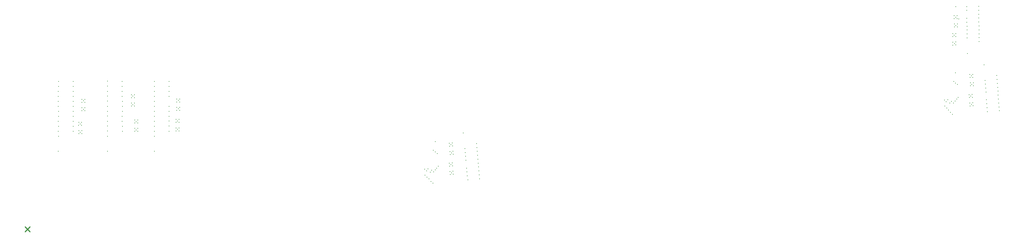
<source format=gbr>
*
G4_C Author: OrCAD GerbTool(tm) 8.1.1 Wed Jun 18 20:29:13 2003*
G4 Mass Parameters *
G4 Image *
G4 Aperture Definitions *
G4 Plot Data *
G4 Mass Parameters *
G4 Image *
G4 Aperture Definitions *
G4 Plot Data *
%LPD*%
%FSLAX34Y34*%
%MOIN*%
%AD*%
%ADD10R,0.050000X0.050000*%
%ADD11C,0.006000*%
%ADD12C,0.019000*%
%ADD13C,0.007900*%
%ADD14C,0.005000*%
%ADD15C,0.000800*%
%ADD16R,0.070000X0.025000*%
%ADD17R,0.068000X0.023000*%
%ADD18C,0.006000*%
%ADD19C,0.009800*%
%ADD20C,0.010000*%
%ADD21C,0.030000*%
%ADD22C,0.060000*%
%ADD23C,0.035000*%
%ADD24C,0.055000*%
%ADD25C,0.065000*%
%ADD256C,0.015000*%
%ADD257C,0.011000*%
%ADD258C,0.036000*%
G4_C OrCAD GerbTool Tool List *
G4_D256 2 0.0150 T 0 0*
G4_D257 1 0.0110 T 0 0*
G4_D258 3 0.0360 T 0 0*
G54D20*
G1X-2007Y-5722D2*
G1X-2507Y-6222D1*
G1X-2007Y-6222D2*
G1X-2507Y-5722D1*
G54D256*
G1X-2257Y-5972D3*
G54D257*
G1X11941Y8875D3*
G1X11939Y8375D3*
G1X11939Y7875D3*
G1X11941Y6374D3*
G1X11940Y5874D3*
G1X11939Y5375D3*
G1X11940Y3874D3*
G1X10469Y8876D3*
G1X10469Y8376D3*
G1X10468Y7875D3*
G1X10468Y7376D3*
G1X10468Y6876D3*
G1X10468Y6375D3*
G1X10469Y5875D3*
G1X10469Y5376D3*
G1X10468Y4875D3*
G1X10469Y4376D3*
G1X10468Y3876D3*
G1X10469Y3375D3*
G1X10468Y1876D3*
G1X11939Y7375D3*
G1X12927Y3905D3*
G1X12927Y4206D3*
G1X12628Y3905D3*
G1X12628Y4205D3*
G1X12778Y4055D3*
G1X12927Y4745D3*
G1X12927Y5046D3*
G1X12627Y4745D3*
G1X12627Y5045D3*
G1X12777Y4895D3*
G1X13004Y5969D3*
G1X13004Y6269D3*
G1X12704Y5969D3*
G1X12704Y6269D3*
G1X12854Y6119D3*
G1X13003Y6809D3*
G1X13003Y7109D3*
G1X12704Y6809D3*
G1X12704Y7109D3*
G1X12854Y6959D3*
G1X7250Y7375D3*
G1X7251Y6874D3*
G1X7252Y6374D3*
G1X7251Y5874D3*
G1X7250Y5375D3*
G1X7250Y4875D3*
G1X7251Y4375D3*
G1X7251Y3874D3*
G1X5780Y8877D3*
G1X5780Y8377D3*
G1X5779Y7876D3*
G1X5779Y7377D3*
G1X5779Y6877D3*
G1X5779Y6376D3*
G1X5780Y5876D3*
G1X5780Y5377D3*
G1X5779Y4876D3*
G1X5780Y4377D3*
G1X5779Y3877D3*
G1X5780Y3376D3*
G1X5779Y1876D3*
G1X7250Y8875D3*
G1X7250Y8375D3*
G1X7250Y7875D3*
G1X8796Y3851D3*
G1X8796Y4151D3*
G1X8496Y3851D3*
G1X8497Y4151D3*
G1X8647Y4001D3*
G1X8795Y4691D3*
G1X8795Y4991D3*
G1X8496Y4691D3*
G1X8496Y4991D3*
G1X8646Y4841D3*
G1X8465Y6393D3*
G1X8465Y6694D3*
G1X8166Y6393D3*
G1X8166Y6693D3*
G1X8316Y6543D3*
G1X8465Y7233D3*
G1X8465Y7533D3*
G1X8165Y7233D3*
G1X8165Y7533D3*
G1X8315Y7383D3*
G1X2323Y8874D3*
G1X2321Y8374D3*
G1X2321Y7874D3*
G1X2321Y7374D3*
G1X2322Y6873D3*
G1X2323Y6373D3*
G1X2322Y5873D3*
G1X2321Y5374D3*
G1X2321Y4874D3*
G1X2322Y4374D3*
G1X2322Y3873D3*
G1X851Y8875D3*
G1X851Y8375D3*
G1X850Y7874D3*
G1X850Y7375D3*
G1X850Y6875D3*
G1X850Y6374D3*
G1X851Y5874D3*
G1X851Y5375D3*
G1X850Y4874D3*
G1X851Y4375D3*
G1X850Y3875D3*
G1X851Y3374D3*
G1X850Y1874D3*
G1X3184Y3616D3*
G1X3184Y3916D3*
G1X2884Y3616D3*
G1X2884Y3916D3*
G1X3034Y3766D3*
G1X3183Y4456D3*
G1X3183Y4756D3*
G1X2883Y4456D3*
G1X2884Y4755D3*
G1X3033Y4606D3*
G1X3503Y5920D3*
G1X3503Y6220D3*
G1X3203Y5920D3*
G1X3203Y6220D3*
G1X3353Y6070D3*
G1X3502Y6760D3*
G1X3502Y7060D3*
G1X3202Y6760D3*
G1X3203Y7059D3*
G1X3352Y6910D3*
G1X38241Y-49D3*
G1X38360Y-1344D3*
G1X38406Y1956D3*
G1X38597Y1798D3*
G1X38787Y1640D3*
G1X38905Y363D3*
G1X38747Y173D3*
G1X38589Y-18D3*
G1X38431Y-208D3*
G1X37528Y62D3*
G1X37719Y-98D3*
G1X38084Y-240D3*
G1X37877Y94D3*
G1X37969Y-917D3*
G1X37777Y-740D3*
G1X38167Y-1157D3*
G1X37582Y-541D3*
G1X43047Y-896D3*
G1X43010Y-503D3*
G1X42974Y-111D3*
G1X42937Y280D3*
G1X42901Y672D3*
G1X42865Y1064D3*
G1X42828Y1456D3*
G1X42792Y1848D3*
G1X42755Y2241D3*
G1X42719Y2632D3*
G1X41851Y-1007D3*
G1X41814Y-615D3*
G1X41778Y-223D3*
G1X41742Y169D3*
G1X41669Y953D3*
G1X41632Y1345D3*
G1X41596Y1738D3*
G1X41560Y2130D3*
G1X41414Y3696D3*
G1X40406Y-443D3*
G1X40379Y-144D3*
G1X40108Y-471D3*
G1X40080Y-172D3*
G1X40243Y-307D3*
G1X40328Y394D3*
G1X40300Y692D3*
G1X40029Y366D3*
G1X40002Y664D3*
G1X40165Y529D3*
G1X40409Y1565D3*
G1X40381Y1864D3*
G1X40110Y1537D3*
G1X40082Y1836D3*
G1X40246Y1701D3*
G1X40330Y2401D3*
G1X40303Y2700D3*
G1X40032Y2374D3*
G1X40005Y2672D3*
G1X40167Y2537D3*
G1X38586Y2810D3*
G1X90306Y6871D3*
G1X90395Y5574D3*
G1X90517Y8871D3*
G1X90703Y8709D3*
G1X90890Y8547D3*
G1X90980Y7268D3*
G1X90817Y7081D3*
G1X90655Y6894D3*
G1X90492Y6708D3*
G1X89596Y6998D3*
G1X89783Y6834D3*
G1X90144Y6683D3*
G1X89945Y7022D3*
G1X90014Y6009D3*
G1X89826Y6191D3*
G1X90206Y5765D3*
G1X89636Y6394D3*
G1X95091Y5915D3*
G1X95063Y6309D3*
G1X95036Y6701D3*
G1X95008Y7093D3*
G1X94981Y7486D3*
G1X94954Y7879D3*
G1X94926Y8272D3*
G1X94899Y8665D3*
G1X94871Y9058D3*
G1X94844Y9450D3*
G1X93893Y5832D3*
G1X93865Y6225D3*
G1X93838Y6617D3*
G1X93810Y7010D3*
G1X93756Y7795D3*
G1X93728Y8188D3*
G1X93701Y8581D3*
G1X93673Y8974D3*
G1X93563Y10543D3*
G1X92462Y6428D3*
G1X92441Y6728D3*
G1X92162Y6407D3*
G1X92141Y6706D3*
G1X92302Y6567D3*
G1X92402Y7266D3*
G1X92381Y7565D3*
G1X92103Y7245D3*
G1X92083Y7543D3*
G1X92242Y7405D3*
G1X92510Y8435D3*
G1X92489Y8735D3*
G1X92210Y8415D3*
G1X92190Y8714D3*
G1X92350Y8575D3*
G1X92450Y9273D3*
G1X92429Y9573D3*
G1X92151Y9252D3*
G1X92131Y9551D3*
G1X92290Y9413D3*
G1X90716Y9721D3*
G1X91030Y15123D3*
G1X93083Y12853D3*
G1X93076Y13247D3*
G1X93069Y13640D3*
G1X93062Y14035D3*
G1X93055Y14428D3*
G1X93048Y14823D3*
G1X93042Y15215D3*
G1X93035Y15609D3*
G1X93028Y16003D3*
G1X93021Y16396D3*
G1X91903Y11652D3*
G1X91876Y13226D3*
G1X91869Y13619D3*
G1X91862Y14013D3*
G1X91855Y14407D3*
G1X91849Y14801D3*
G1X91842Y15194D3*
G1X91828Y15981D3*
G1X91821Y16375D3*
G1X90739Y12510D3*
G1X90734Y12810D3*
G1X90439Y12505D3*
G1X90434Y12805D3*
G1X90587Y12658D3*
G1X90724Y13350D3*
G1X90718Y13650D3*
G1X90424Y13345D3*
G1X90420Y13644D3*
G1X90571Y13498D3*
G1X90897Y14319D3*
G1X90892Y14619D3*
G1X90597Y14314D3*
G1X90592Y14614D3*
G1X90744Y14467D3*
G1X90881Y15159D3*
G1X90876Y15459D3*
G1X90581Y15154D3*
G1X90577Y15453D3*
G1X90729Y15307D3*
G1X90747Y16356D3*
G1X11940Y4877D3*
G1X11941Y4377D3*
M2*

</source>
